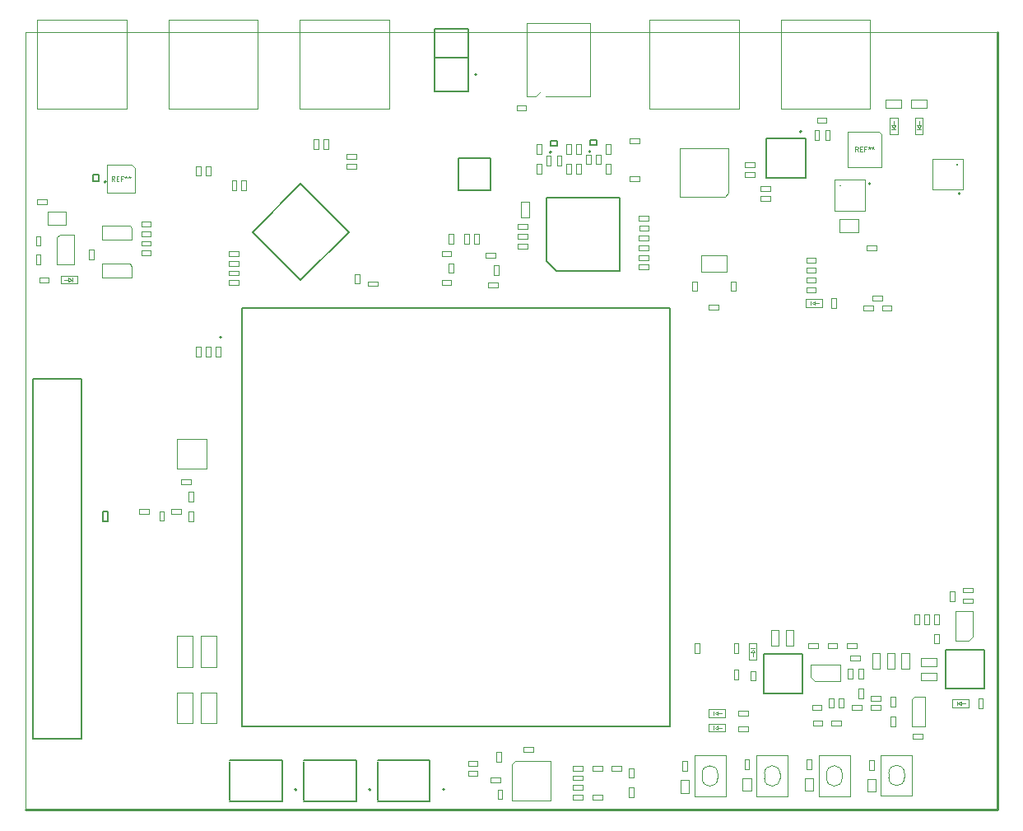
<source format=gbr>
%TF.GenerationSoftware,KiCad,Pcbnew,5.1.9+dfsg1-1*%
%TF.CreationDate,2022-02-15T13:48:39+01:00*%
%TF.ProjectId,sc606-baseboard,73633630-362d-4626-9173-65626f617264,rev?*%
%TF.SameCoordinates,Original*%
%TF.FileFunction,Other,Fab,Top*%
%FSLAX46Y46*%
G04 Gerber Fmt 4.6, Leading zero omitted, Abs format (unit mm)*
G04 Created by KiCad (PCBNEW 5.1.9+dfsg1-1) date 2022-02-15 13:48:39 commit a4fbcb5*
%MOMM*%
%LPD*%
G01*
G04 APERTURE LIST*
%TA.AperFunction,Profile*%
%ADD10C,0.120000*%
%TD*%
%TA.AperFunction,Profile*%
%ADD11C,0.254000*%
%TD*%
%ADD12C,0.100000*%
%ADD13C,0.150000*%
%ADD14C,0.200000*%
%ADD15C,0.127000*%
%ADD16C,0.120000*%
%ADD17C,0.050000*%
%ADD18C,0.125000*%
G04 APERTURE END LIST*
D10*
X175600000Y-42400000D02*
X75600000Y-42400000D01*
D11*
X175600000Y-42400000D02*
X175600000Y-122400000D01*
D10*
X75600000Y-122400000D02*
X75600000Y-42400000D01*
D11*
X175600000Y-122400000D02*
X75600000Y-122400000D01*
D12*
%TO.C,C22*%
X161800000Y-70550000D02*
X162800000Y-70550000D01*
X161800000Y-71050000D02*
X161800000Y-70550000D01*
X162800000Y-71050000D02*
X161800000Y-71050000D01*
X162800000Y-70550000D02*
X162800000Y-71050000D01*
D13*
%TO.C,U7*%
X129225000Y-65995000D02*
X130225000Y-66995000D01*
X130225000Y-66995000D02*
X136725000Y-66995000D01*
X136725000Y-66995000D02*
X136725000Y-59495000D01*
X136725000Y-59495000D02*
X129225000Y-59495000D01*
X129225000Y-59495000D02*
X129225000Y-65995000D01*
D12*
%TO.C,U6*%
X125950000Y-117400010D02*
X129600000Y-117400010D01*
X125950000Y-117400010D02*
X125600000Y-117725010D01*
X125600000Y-121400010D02*
X129600000Y-121400010D01*
X129600000Y-117400010D02*
X129600000Y-121400010D01*
X125600000Y-117725010D02*
X125600000Y-121400010D01*
D13*
%TO.C,ANT1*%
X123400000Y-55350000D02*
X123400000Y-58650000D01*
X123400000Y-58650000D02*
X120100000Y-58650000D01*
X120100000Y-58650000D02*
X120100000Y-55350000D01*
X120100000Y-55350000D02*
X123400000Y-55350000D01*
D14*
%TO.C,M1*%
X95750000Y-73800000D02*
G75*
G03*
X95750000Y-73800000I-100000J0D01*
G01*
D15*
X97900000Y-70800000D02*
X97900000Y-113800000D01*
X97900000Y-113800000D02*
X141900000Y-113800000D01*
X141900000Y-113800000D02*
X141900000Y-70800000D01*
X141900000Y-70800000D02*
X97900000Y-70800000D01*
D12*
%TO.C,U9*%
X86500000Y-56050000D02*
X83950000Y-56050000D01*
X86850000Y-58950000D02*
X86850000Y-56400000D01*
X86850000Y-56400000D02*
X86500000Y-56050000D01*
X86850000Y-58950000D02*
X83950000Y-58950000D01*
X83950000Y-58950000D02*
X83950000Y-56050000D01*
%TO.C,R174*%
X76800000Y-60150000D02*
X76800000Y-59650000D01*
X76800000Y-59650000D02*
X77800000Y-59650000D01*
X77800000Y-59650000D02*
X77800000Y-60150000D01*
X77800000Y-60150000D02*
X76800000Y-60150000D01*
%TO.C,R173*%
X82150000Y-64800000D02*
X82650000Y-64800000D01*
X82650000Y-64800000D02*
X82650000Y-65800000D01*
X82650000Y-65800000D02*
X82150000Y-65800000D01*
X82150000Y-65800000D02*
X82150000Y-64800000D01*
%TO.C,R172*%
X77000000Y-68150000D02*
X77000000Y-67650000D01*
X77000000Y-67650000D02*
X78000000Y-67650000D01*
X78000000Y-67650000D02*
X78000000Y-68150000D01*
X78000000Y-68150000D02*
X77000000Y-68150000D01*
%TO.C,R171*%
X77150000Y-66300000D02*
X76650000Y-66300000D01*
X76650000Y-66300000D02*
X76650000Y-65300000D01*
X76650000Y-65300000D02*
X77150000Y-65300000D01*
X77150000Y-65300000D02*
X77150000Y-66300000D01*
%TO.C,IC4*%
X78825000Y-66325000D02*
X80575000Y-66325000D01*
X80575000Y-66325000D02*
X80575000Y-63275000D01*
X79150000Y-63275000D02*
X78825000Y-63525000D01*
X79150000Y-63275000D02*
X80575000Y-63275000D01*
X78825000Y-66325000D02*
X78825000Y-63525000D01*
D16*
%TO.C,D24*%
X79250000Y-67500000D02*
X79250000Y-68300000D01*
X80950000Y-67500000D02*
X80950000Y-68300000D01*
X80950000Y-68300000D02*
X79250000Y-68300000D01*
X80950000Y-67500000D02*
X79250000Y-67500000D01*
X80000000Y-67700000D02*
X80000000Y-67900000D01*
X80300000Y-67900000D02*
X80000000Y-67700000D01*
X80000000Y-68100000D02*
X80300000Y-67900000D01*
X80000000Y-67900000D02*
X80000000Y-68100000D01*
X79600000Y-67900000D02*
X80000000Y-67900000D01*
X80400000Y-68100000D02*
X80400000Y-67800000D01*
X80400000Y-67700000D02*
X80400000Y-67800000D01*
%TO.C,C161*%
X79750000Y-62275000D02*
X79750000Y-60925000D01*
X77850000Y-62275000D02*
X77850000Y-60925000D01*
X79750000Y-62280000D02*
X77850000Y-62280000D01*
X79750000Y-60920000D02*
X77850000Y-60920000D01*
D12*
%TO.C,C160*%
X76650000Y-63400000D02*
X77150000Y-63400000D01*
X77150000Y-63400000D02*
X77150000Y-64400000D01*
X77150000Y-64400000D02*
X76650000Y-64400000D01*
X76650000Y-64400000D02*
X76650000Y-63400000D01*
D16*
%TO.C,Q10*%
X162527000Y-58000000D02*
G75*
G03*
X162527000Y-58000000I-127000J0D01*
G01*
D12*
X159485600Y-58225021D02*
G75*
G03*
X159485600Y-58225021I-76200J0D01*
G01*
X158825200Y-57625200D02*
X158825200Y-60774800D01*
X161974800Y-57625200D02*
X158825200Y-57625200D01*
X161974800Y-60774800D02*
X161974800Y-57625200D01*
X158825200Y-60774800D02*
X161974800Y-60774800D01*
D16*
%TO.C,Q11*%
X171777000Y-59050000D02*
G75*
G03*
X171777000Y-59050000I-127000J0D01*
G01*
D12*
X171501179Y-56059400D02*
G75*
G03*
X171501179Y-56059400I-76200J0D01*
G01*
X172024800Y-55475200D02*
X168875200Y-55475200D01*
X172024800Y-58624800D02*
X172024800Y-55475200D01*
X168875200Y-58624800D02*
X172024800Y-58624800D01*
X168875200Y-55475200D02*
X168875200Y-58624800D01*
D16*
%TO.C,R169*%
X165700000Y-49400000D02*
X164100000Y-49400000D01*
X165700000Y-50200000D02*
X165700000Y-49400000D01*
X164100000Y-50200000D02*
X165700000Y-50200000D01*
X164100000Y-49400000D02*
X164100000Y-50200000D01*
%TO.C,R168*%
X166700000Y-50200000D02*
X168300000Y-50200000D01*
X166700000Y-49400000D02*
X166700000Y-50200000D01*
X168300000Y-49400000D02*
X166700000Y-49400000D01*
X168300000Y-50200000D02*
X168300000Y-49400000D01*
%TO.C,D37*%
X165300000Y-51250000D02*
X164500000Y-51250000D01*
X165300000Y-52950000D02*
X164500000Y-52950000D01*
X164500000Y-52950000D02*
X164500000Y-51250000D01*
X165300000Y-52950000D02*
X165300000Y-51250000D01*
X165100000Y-52000000D02*
X164900000Y-52000000D01*
X164900000Y-52300000D02*
X165100000Y-52000000D01*
X164700000Y-52000000D02*
X164900000Y-52300000D01*
X164900000Y-52000000D02*
X164700000Y-52000000D01*
X164900000Y-51600000D02*
X164900000Y-52000000D01*
X164700000Y-52400000D02*
X165000000Y-52400000D01*
X165100000Y-52400000D02*
X165000000Y-52400000D01*
%TO.C,D36*%
X167900000Y-51250000D02*
X167100000Y-51250000D01*
X167900000Y-52950000D02*
X167100000Y-52950000D01*
X167100000Y-52950000D02*
X167100000Y-51250000D01*
X167900000Y-52950000D02*
X167900000Y-51250000D01*
X167700000Y-52000000D02*
X167500000Y-52000000D01*
X167500000Y-52300000D02*
X167700000Y-52000000D01*
X167300000Y-52000000D02*
X167500000Y-52300000D01*
X167500000Y-52000000D02*
X167300000Y-52000000D01*
X167500000Y-51600000D02*
X167500000Y-52000000D01*
X167300000Y-52400000D02*
X167600000Y-52400000D01*
X167700000Y-52400000D02*
X167600000Y-52400000D01*
%TO.C,C153*%
X159350000Y-61625000D02*
X159350000Y-62975000D01*
X161250000Y-61625000D02*
X161250000Y-62975000D01*
X159350000Y-61620000D02*
X161250000Y-61620000D01*
X159350000Y-62980000D02*
X161250000Y-62980000D01*
D15*
%TO.C,U12*%
X151770000Y-53370000D02*
X155830000Y-53370000D01*
X151770000Y-57430000D02*
X155830000Y-57430000D01*
X155830000Y-57430000D02*
X155830000Y-53370000D01*
X151770000Y-57430000D02*
X151770000Y-53370000D01*
D14*
X155420000Y-52640000D02*
G75*
G03*
X155420000Y-52640000I-100000J0D01*
G01*
D12*
%TO.C,D34*%
X163652600Y-56354200D02*
X163652600Y-52899800D01*
X163424000Y-52645800D02*
X160147400Y-52645800D01*
X163652600Y-56354200D02*
X160147400Y-56354200D01*
X160147400Y-56354200D02*
X160147400Y-52645800D01*
X163652600Y-52899800D02*
X163424000Y-52645800D01*
%TO.C,R145*%
X151200000Y-59300000D02*
X152200000Y-59300000D01*
X151200000Y-59800000D02*
X151200000Y-59300000D01*
X152200000Y-59800000D02*
X151200000Y-59800000D01*
X152200000Y-59300000D02*
X152200000Y-59800000D01*
%TO.C,R144*%
X149600000Y-55850000D02*
X150600000Y-55850000D01*
X149600000Y-56350000D02*
X149600000Y-55850000D01*
X150600000Y-56350000D02*
X149600000Y-56350000D01*
X150600000Y-55850000D02*
X150600000Y-56350000D01*
%TO.C,R143*%
X152200000Y-58800000D02*
X151200000Y-58800000D01*
X152200000Y-58300000D02*
X152200000Y-58800000D01*
X151200000Y-58300000D02*
X152200000Y-58300000D01*
X151200000Y-58800000D02*
X151200000Y-58300000D01*
%TO.C,R142*%
X150600000Y-57350000D02*
X149600000Y-57350000D01*
X150600000Y-56850000D02*
X150600000Y-57350000D01*
X149600000Y-56850000D02*
X150600000Y-56850000D01*
X149600000Y-57350000D02*
X149600000Y-56850000D01*
%TO.C,C146*%
X158000000Y-51750000D02*
X157000000Y-51750000D01*
X158000000Y-51250000D02*
X158000000Y-51750000D01*
X157000000Y-51250000D02*
X158000000Y-51250000D01*
X157000000Y-51750000D02*
X157000000Y-51250000D01*
%TO.C,C145*%
X157850000Y-53500000D02*
X157850000Y-52500000D01*
X158350000Y-53500000D02*
X157850000Y-53500000D01*
X158350000Y-52500000D02*
X158350000Y-53500000D01*
X157850000Y-52500000D02*
X158350000Y-52500000D01*
%TO.C,C144*%
X157250000Y-52500000D02*
X157250000Y-53500000D01*
X156750000Y-52500000D02*
X157250000Y-52500000D01*
X156750000Y-53500000D02*
X156750000Y-52500000D01*
X157250000Y-53500000D02*
X156750000Y-53500000D01*
%TO.C,J6*%
X76800000Y-41180000D02*
X86000000Y-41180000D01*
X86000000Y-50280000D02*
X86000000Y-41180000D01*
X76800000Y-50280000D02*
X76800000Y-41180000D01*
X76800000Y-50280000D02*
X86000000Y-50280000D01*
%TO.C,J12*%
X153300000Y-41180000D02*
X162500000Y-41180000D01*
X162500000Y-50280000D02*
X162500000Y-41180000D01*
X153300000Y-50280000D02*
X153300000Y-41180000D01*
X153300000Y-50280000D02*
X162500000Y-50280000D01*
%TO.C,J9*%
X139800000Y-41180000D02*
X149000000Y-41180000D01*
X149000000Y-50280000D02*
X149000000Y-41180000D01*
X139800000Y-50280000D02*
X139800000Y-41180000D01*
X139800000Y-50280000D02*
X149000000Y-50280000D01*
%TO.C,J11*%
X90300000Y-50280000D02*
X99500000Y-50280000D01*
X90300000Y-50280000D02*
X90300000Y-41180000D01*
X99500000Y-50280000D02*
X99500000Y-41180000D01*
X90300000Y-41180000D02*
X99500000Y-41180000D01*
%TO.C,J10*%
X103800000Y-50280000D02*
X113000000Y-50280000D01*
X103800000Y-50280000D02*
X103800000Y-41180000D01*
X113000000Y-50280000D02*
X113000000Y-41180000D01*
X103800000Y-41180000D02*
X113000000Y-41180000D01*
%TO.C,D9*%
X147725000Y-67100000D02*
X145075000Y-67100000D01*
X145075000Y-67100000D02*
X145075000Y-65400000D01*
X147725000Y-67100000D02*
X147725000Y-65400000D01*
X147725000Y-65400000D02*
X145075000Y-65400000D01*
D15*
%TO.C,J14*%
X117675000Y-42075000D02*
X117675000Y-45075000D01*
X121125000Y-42075000D02*
X121125000Y-45075000D01*
X117675000Y-42075000D02*
X121125000Y-42075000D01*
D14*
X122000000Y-46800000D02*
G75*
G03*
X122000000Y-46800000I-100000J0D01*
G01*
D15*
X121125000Y-45075000D02*
X121125000Y-48525000D01*
X117675000Y-45075000D02*
X121125000Y-45075000D01*
X117675000Y-48525000D02*
X117675000Y-45075000D01*
X121125000Y-48525000D02*
X117675000Y-48525000D01*
D12*
%TO.C,C172*%
X92800000Y-107700000D02*
X92800000Y-104500000D01*
X91200000Y-107700000D02*
X91200000Y-104500000D01*
X91200000Y-104500000D02*
X92800000Y-104500000D01*
X91200000Y-107700000D02*
X92800000Y-107700000D01*
%TO.C,C171*%
X95200000Y-107700000D02*
X95200000Y-104500000D01*
X93600000Y-107700000D02*
X93600000Y-104500000D01*
X93600000Y-104500000D02*
X95200000Y-104500000D01*
X93600000Y-107700000D02*
X95200000Y-107700000D01*
%TO.C,S4*%
X147600000Y-116800000D02*
X144400000Y-116800000D01*
X144400000Y-116800000D02*
X144400000Y-121000000D01*
X144400000Y-121000000D02*
X147600000Y-121000000D01*
X147600000Y-121000000D02*
X147600000Y-116800000D01*
X145200000Y-119150000D02*
X145200000Y-118650000D01*
X146800000Y-118650000D02*
X146800000Y-119150000D01*
X145200000Y-119150000D02*
G75*
G03*
X146800000Y-119150000I800000J0D01*
G01*
X146800000Y-118650000D02*
G75*
G03*
X145200000Y-118650000I-800000J0D01*
G01*
%TO.C,R162*%
X143150000Y-118400000D02*
X143150000Y-117400000D01*
X143650000Y-118400000D02*
X143150000Y-118400000D01*
X143650000Y-117400000D02*
X143650000Y-118400000D01*
X143150000Y-117400000D02*
X143650000Y-117400000D01*
%TO.C,D33*%
X142975000Y-119350000D02*
X142975000Y-120650000D01*
X142975000Y-119350000D02*
X143825000Y-119350000D01*
X143825000Y-120650000D02*
X142975000Y-120650000D01*
X143825000Y-119350000D02*
X143825000Y-120650000D01*
%TO.C,U2*%
X171275000Y-101975000D02*
X173025000Y-101975000D01*
X171275000Y-105025000D02*
X171275000Y-101975000D01*
X172600000Y-105025000D02*
X173025000Y-104600000D01*
X173025000Y-104600000D02*
X173025000Y-101975000D01*
X172600000Y-105025000D02*
X171275000Y-105025000D01*
%TO.C,R137*%
X97300000Y-57650000D02*
X97300000Y-58650000D01*
X96800000Y-57650000D02*
X97300000Y-57650000D01*
X96800000Y-58650000D02*
X96800000Y-57650000D01*
X97300000Y-58650000D02*
X96800000Y-58650000D01*
%TO.C,R136*%
X98300000Y-57650000D02*
X98300000Y-58650000D01*
X97800000Y-57650000D02*
X98300000Y-57650000D01*
X97800000Y-58650000D02*
X97800000Y-57650000D01*
X98300000Y-58650000D02*
X97800000Y-58650000D01*
%TO.C,R133*%
X109600000Y-55500000D02*
X108600000Y-55500000D01*
X109600000Y-55000000D02*
X109600000Y-55500000D01*
X108600000Y-55000000D02*
X109600000Y-55000000D01*
X108600000Y-55500000D02*
X108600000Y-55000000D01*
%TO.C,R130*%
X109600000Y-56500000D02*
X108600000Y-56500000D01*
X109600000Y-56000000D02*
X109600000Y-56500000D01*
X108600000Y-56000000D02*
X109600000Y-56000000D01*
X108600000Y-56500000D02*
X108600000Y-56000000D01*
%TO.C,R29*%
X168550000Y-102300000D02*
X168550000Y-103300000D01*
X168050000Y-102300000D02*
X168550000Y-102300000D01*
X168050000Y-103300000D02*
X168050000Y-102300000D01*
X168550000Y-103300000D02*
X168050000Y-103300000D01*
%TO.C,R28*%
X169600000Y-102300000D02*
X169600000Y-103300000D01*
X169100000Y-102300000D02*
X169600000Y-102300000D01*
X169100000Y-103300000D02*
X169100000Y-102300000D01*
X169600000Y-103300000D02*
X169100000Y-103300000D01*
%TO.C,R18*%
X170700000Y-100900000D02*
X170700000Y-99900000D01*
X171200000Y-100900000D02*
X170700000Y-100900000D01*
X171200000Y-99900000D02*
X171200000Y-100900000D01*
X170700000Y-99900000D02*
X171200000Y-99900000D01*
%TO.C,R17*%
X172035000Y-100650000D02*
X173035000Y-100650000D01*
X172035000Y-101150000D02*
X172035000Y-100650000D01*
X173035000Y-101150000D02*
X172035000Y-101150000D01*
X173035000Y-100650000D02*
X173035000Y-101150000D01*
D13*
%TO.C,L3*%
X170250000Y-105900000D02*
X174250000Y-105900000D01*
X174250000Y-109900000D02*
X170250000Y-109900000D01*
X174250000Y-105900000D02*
X174250000Y-109900000D01*
X170250000Y-109900000D02*
X170250000Y-105900000D01*
D16*
%TO.C,C41*%
X169350000Y-109100000D02*
X169350000Y-108300000D01*
X169350000Y-108300000D02*
X167750000Y-108300000D01*
X167750000Y-108300000D02*
X167750000Y-109100000D01*
X167750000Y-109100000D02*
X169350000Y-109100000D01*
%TO.C,C39*%
X169350000Y-107600000D02*
X169350000Y-106800000D01*
X169350000Y-106800000D02*
X167750000Y-106800000D01*
X167750000Y-106800000D02*
X167750000Y-107600000D01*
X167750000Y-107600000D02*
X169350000Y-107600000D01*
D12*
%TO.C,C34*%
X169600000Y-104300000D02*
X169600000Y-105300000D01*
X169100000Y-104300000D02*
X169600000Y-104300000D01*
X169100000Y-105300000D02*
X169100000Y-104300000D01*
X169600000Y-105300000D02*
X169100000Y-105300000D01*
%TO.C,C32*%
X172050000Y-99550000D02*
X173050000Y-99550000D01*
X172050000Y-100050000D02*
X172050000Y-99550000D01*
X173050000Y-100050000D02*
X172050000Y-100050000D01*
X173050000Y-99550000D02*
X173050000Y-100050000D01*
D15*
%TO.C,L20*%
X83520000Y-92730000D02*
X83520000Y-91670000D01*
X84080000Y-92730000D02*
X84080000Y-91670000D01*
X83520000Y-92730000D02*
X84080000Y-92730000D01*
X83520000Y-91670000D02*
X84080000Y-91670000D01*
D12*
%TO.C,C150*%
X93150000Y-57200000D02*
X93150000Y-56200000D01*
X93650000Y-57200000D02*
X93150000Y-57200000D01*
X93650000Y-56200000D02*
X93650000Y-57200000D01*
X93150000Y-56200000D02*
X93650000Y-56200000D01*
%TO.C,C148*%
X94150000Y-57200000D02*
X94150000Y-56200000D01*
X94650000Y-57200000D02*
X94150000Y-57200000D01*
X94650000Y-56200000D02*
X94650000Y-57200000D01*
X94150000Y-56200000D02*
X94650000Y-56200000D01*
%TO.C,R129*%
X89350000Y-92685000D02*
X89350000Y-91685000D01*
X89850000Y-92685000D02*
X89350000Y-92685000D01*
X89850000Y-91685000D02*
X89850000Y-92685000D01*
X89350000Y-91685000D02*
X89850000Y-91685000D01*
%TO.C,R128*%
X90600000Y-91450000D02*
X91600000Y-91450000D01*
X90600000Y-91950000D02*
X90600000Y-91450000D01*
X91600000Y-91950000D02*
X90600000Y-91950000D01*
X91600000Y-91450000D02*
X91600000Y-91950000D01*
%TO.C,R127*%
X92350000Y-92700000D02*
X92350000Y-91700000D01*
X92850000Y-92700000D02*
X92350000Y-92700000D01*
X92850000Y-91700000D02*
X92850000Y-92700000D01*
X92350000Y-91700000D02*
X92850000Y-91700000D01*
%TO.C,R126*%
X124250000Y-66400000D02*
X124250000Y-67400000D01*
X123750000Y-66400000D02*
X124250000Y-66400000D01*
X123750000Y-67400000D02*
X123750000Y-66400000D01*
X124250000Y-67400000D02*
X123750000Y-67400000D01*
D15*
%TO.C,E1*%
X76350000Y-115040000D02*
X76350000Y-78040000D01*
X76350000Y-78040000D02*
X81350000Y-78040000D01*
X81350000Y-78040000D02*
X81350000Y-115040000D01*
X81350000Y-115040000D02*
X76350000Y-115040000D01*
D12*
%TO.C,J4*%
X133650000Y-49000000D02*
X129100000Y-49000000D01*
X128100000Y-49000000D02*
X127150000Y-49000000D01*
X127150000Y-49000000D02*
X127150000Y-41500000D01*
X127150000Y-41500000D02*
X133650000Y-41500000D01*
X133650000Y-41500000D02*
X133650000Y-49000000D01*
X128600000Y-48500000D02*
X128100000Y-49000000D01*
D15*
%TO.C,U15*%
X103900000Y-58050253D02*
X108849747Y-63000000D01*
X98950253Y-63000000D02*
X103900000Y-67949747D01*
X103900000Y-67949747D02*
X108849747Y-63000000D01*
X98950253Y-63000000D02*
X103900000Y-58050253D01*
D12*
%TO.C,U13*%
X147520000Y-59350000D02*
X142920000Y-59350000D01*
X147920000Y-58950000D02*
X147920000Y-54350000D01*
X147520000Y-59350000D02*
X147920000Y-58950000D01*
X142920000Y-59350000D02*
X142920000Y-54350000D01*
X142920000Y-54350000D02*
X147920000Y-54350000D01*
%TO.C,U3*%
X159425000Y-107425000D02*
X159425000Y-109175000D01*
X156375000Y-107425000D02*
X159425000Y-107425000D01*
X156375000Y-108750000D02*
X156800000Y-109175000D01*
X156800000Y-109175000D02*
X159425000Y-109175000D01*
X156375000Y-108750000D02*
X156375000Y-107425000D01*
%TO.C,S3*%
X166800000Y-116750000D02*
X163600000Y-116750000D01*
X163600000Y-116750000D02*
X163600000Y-120950000D01*
X163600000Y-120950000D02*
X166800000Y-120950000D01*
X166800000Y-120950000D02*
X166800000Y-116750000D01*
X164400000Y-119100000D02*
X164400000Y-118600000D01*
X166000000Y-118600000D02*
X166000000Y-119100000D01*
X164400000Y-119100000D02*
G75*
G03*
X166000000Y-119100000I800000J0D01*
G01*
X166000000Y-118600000D02*
G75*
G03*
X164400000Y-118600000I-800000J0D01*
G01*
%TO.C,S2*%
X154000000Y-116800000D02*
X150800000Y-116800000D01*
X150800000Y-116800000D02*
X150800000Y-121000000D01*
X150800000Y-121000000D02*
X154000000Y-121000000D01*
X154000000Y-121000000D02*
X154000000Y-116800000D01*
X151600000Y-119150000D02*
X151600000Y-118650000D01*
X153200000Y-118650000D02*
X153200000Y-119150000D01*
X151600000Y-119150000D02*
G75*
G03*
X153200000Y-119150000I800000J0D01*
G01*
X153200000Y-118650000D02*
G75*
G03*
X151600000Y-118650000I-800000J0D01*
G01*
%TO.C,S1*%
X160400000Y-116800000D02*
X157200000Y-116800000D01*
X157200000Y-116800000D02*
X157200000Y-121000000D01*
X157200000Y-121000000D02*
X160400000Y-121000000D01*
X160400000Y-121000000D02*
X160400000Y-116800000D01*
X158000000Y-119150000D02*
X158000000Y-118650000D01*
X159600000Y-118650000D02*
X159600000Y-119150000D01*
X158000000Y-119150000D02*
G75*
G03*
X159600000Y-119150000I800000J0D01*
G01*
X159600000Y-118650000D02*
G75*
G03*
X158000000Y-118650000I-800000J0D01*
G01*
%TO.C,R124*%
X106750000Y-53450000D02*
X106750000Y-54450000D01*
X106250000Y-53450000D02*
X106750000Y-53450000D01*
X106250000Y-54450000D02*
X106250000Y-53450000D01*
X106750000Y-54450000D02*
X106250000Y-54450000D01*
%TO.C,R122*%
X105750000Y-53450000D02*
X105750000Y-54450000D01*
X105250000Y-53450000D02*
X105750000Y-53450000D01*
X105250000Y-54450000D02*
X105250000Y-53450000D01*
X105750000Y-54450000D02*
X105250000Y-54450000D01*
%TO.C,R117*%
X97500000Y-65450000D02*
X96500000Y-65450000D01*
X97500000Y-64950000D02*
X97500000Y-65450000D01*
X96500000Y-64950000D02*
X97500000Y-64950000D01*
X96500000Y-65450000D02*
X96500000Y-64950000D01*
%TO.C,R116*%
X97500000Y-66450000D02*
X96500000Y-66450000D01*
X97500000Y-65950000D02*
X97500000Y-66450000D01*
X96500000Y-65950000D02*
X97500000Y-65950000D01*
X96500000Y-66450000D02*
X96500000Y-65950000D01*
%TO.C,R115*%
X97500000Y-67450000D02*
X96500000Y-67450000D01*
X97500000Y-66950000D02*
X97500000Y-67450000D01*
X96500000Y-66950000D02*
X97500000Y-66950000D01*
X96500000Y-67450000D02*
X96500000Y-66950000D01*
%TO.C,R114*%
X97500000Y-68450000D02*
X96500000Y-68450000D01*
X97500000Y-67950000D02*
X97500000Y-68450000D01*
X96500000Y-67950000D02*
X97500000Y-67950000D01*
X96500000Y-68450000D02*
X96500000Y-67950000D01*
%TO.C,R112*%
X109950000Y-67300000D02*
X109950000Y-68300000D01*
X109450000Y-67300000D02*
X109950000Y-67300000D01*
X109450000Y-68300000D02*
X109450000Y-67300000D01*
X109950000Y-68300000D02*
X109450000Y-68300000D01*
%TO.C,R111*%
X87500000Y-64900000D02*
X88500000Y-64900000D01*
X87500000Y-65400000D02*
X87500000Y-64900000D01*
X88500000Y-65400000D02*
X87500000Y-65400000D01*
X88500000Y-64900000D02*
X88500000Y-65400000D01*
%TO.C,R110*%
X87500000Y-62900000D02*
X88500000Y-62900000D01*
X87500000Y-63400000D02*
X87500000Y-62900000D01*
X88500000Y-63400000D02*
X87500000Y-63400000D01*
X88500000Y-62900000D02*
X88500000Y-63400000D01*
%TO.C,R109*%
X87500000Y-63900000D02*
X88500000Y-63900000D01*
X87500000Y-64400000D02*
X87500000Y-63900000D01*
X88500000Y-64400000D02*
X87500000Y-64400000D01*
X88500000Y-63900000D02*
X88500000Y-64400000D01*
%TO.C,R108*%
X88500000Y-62400000D02*
X87500000Y-62400000D01*
X88500000Y-61900000D02*
X88500000Y-62400000D01*
X87500000Y-61900000D02*
X88500000Y-61900000D01*
X87500000Y-62400000D02*
X87500000Y-61900000D01*
%TO.C,R106*%
X173600000Y-111950000D02*
X173600000Y-110950000D01*
X174100000Y-111950000D02*
X173600000Y-111950000D01*
X174100000Y-110950000D02*
X174100000Y-111950000D01*
X173600000Y-110950000D02*
X174100000Y-110950000D01*
%TO.C,R105*%
X148900000Y-112200000D02*
X149900000Y-112200000D01*
X148900000Y-112700000D02*
X148900000Y-112200000D01*
X149900000Y-112700000D02*
X148900000Y-112700000D01*
X149900000Y-112200000D02*
X149900000Y-112700000D01*
%TO.C,R104*%
X150650000Y-108100000D02*
X150650000Y-109100000D01*
X150150000Y-108100000D02*
X150650000Y-108100000D01*
X150150000Y-109100000D02*
X150150000Y-108100000D01*
X150650000Y-109100000D02*
X150150000Y-109100000D01*
%TO.C,R103*%
X148900000Y-113800000D02*
X149900000Y-113800000D01*
X148900000Y-114300000D02*
X148900000Y-113800000D01*
X149900000Y-114300000D02*
X148900000Y-114300000D01*
X149900000Y-113800000D02*
X149900000Y-114300000D01*
%TO.C,R102*%
X158950000Y-69800000D02*
X158950000Y-70800000D01*
X158450000Y-69800000D02*
X158950000Y-69800000D01*
X158450000Y-70800000D02*
X158450000Y-69800000D01*
X158950000Y-70800000D02*
X158450000Y-70800000D01*
%TO.C,R97*%
X162350000Y-118300000D02*
X162350000Y-117300000D01*
X162850000Y-118300000D02*
X162350000Y-118300000D01*
X162850000Y-117300000D02*
X162850000Y-118300000D01*
X162350000Y-117300000D02*
X162850000Y-117300000D01*
%TO.C,R96*%
X149550000Y-118200000D02*
X149550000Y-117200000D01*
X150050000Y-118200000D02*
X149550000Y-118200000D01*
X150050000Y-117200000D02*
X150050000Y-118200000D01*
X149550000Y-117200000D02*
X150050000Y-117200000D01*
%TO.C,R95*%
X155950000Y-118200000D02*
X155950000Y-117200000D01*
X156450000Y-118200000D02*
X155950000Y-118200000D01*
X156450000Y-117200000D02*
X156450000Y-118200000D01*
X155950000Y-117200000D02*
X156450000Y-117200000D01*
%TO.C,R93*%
X119650000Y-66200000D02*
X119650000Y-67200000D01*
X119150000Y-66200000D02*
X119650000Y-66200000D01*
X119150000Y-67200000D02*
X119150000Y-66200000D01*
X119650000Y-67200000D02*
X119150000Y-67200000D01*
%TO.C,R91*%
X92850000Y-89700000D02*
X92850000Y-90700000D01*
X92350000Y-89700000D02*
X92850000Y-89700000D01*
X92350000Y-90700000D02*
X92350000Y-89700000D01*
X92850000Y-90700000D02*
X92350000Y-90700000D01*
%TO.C,R90*%
X126100000Y-49950000D02*
X127100000Y-49950000D01*
X126100000Y-50450000D02*
X126100000Y-49950000D01*
X127100000Y-50450000D02*
X126100000Y-50450000D01*
X127100000Y-49950000D02*
X127100000Y-50450000D01*
%TO.C,R85*%
X128160000Y-54990000D02*
X128160000Y-53990000D01*
X128660000Y-54990000D02*
X128160000Y-54990000D01*
X128660000Y-53990000D02*
X128660000Y-54990000D01*
X128160000Y-53990000D02*
X128660000Y-53990000D01*
%TO.C,R84*%
X131228571Y-54990000D02*
X131228571Y-53990000D01*
X131728571Y-54990000D02*
X131228571Y-54990000D01*
X131728571Y-53990000D02*
X131728571Y-54990000D01*
X131228571Y-53990000D02*
X131728571Y-53990000D01*
%TO.C,R83*%
X148150000Y-69050000D02*
X148150000Y-68050000D01*
X148650000Y-69050000D02*
X148150000Y-69050000D01*
X148650000Y-68050000D02*
X148650000Y-69050000D01*
X148150000Y-68050000D02*
X148650000Y-68050000D01*
%TO.C,R80*%
X146900000Y-71000000D02*
X145900000Y-71000000D01*
X146900000Y-70500000D02*
X146900000Y-71000000D01*
X145900000Y-70500000D02*
X146900000Y-70500000D01*
X145900000Y-71000000D02*
X145900000Y-70500000D01*
%TO.C,R79*%
X144150000Y-69050000D02*
X144150000Y-68050000D01*
X144650000Y-69050000D02*
X144150000Y-69050000D01*
X144650000Y-68050000D02*
X144650000Y-69050000D01*
X144150000Y-68050000D02*
X144650000Y-68050000D01*
%TO.C,R78*%
X148950000Y-105300000D02*
X148950000Y-106300000D01*
X148450000Y-105300000D02*
X148950000Y-105300000D01*
X148450000Y-106300000D02*
X148450000Y-105300000D01*
X148950000Y-106300000D02*
X148450000Y-106300000D01*
%TO.C,R77*%
X148950000Y-108000000D02*
X148950000Y-109000000D01*
X148450000Y-108000000D02*
X148950000Y-108000000D01*
X148450000Y-109000000D02*
X148450000Y-108000000D01*
X148950000Y-109000000D02*
X148450000Y-109000000D01*
%TO.C,R76*%
X132251428Y-54990000D02*
X132251428Y-53990000D01*
X132751428Y-54990000D02*
X132251428Y-54990000D01*
X132751428Y-53990000D02*
X132751428Y-54990000D01*
X132251428Y-53990000D02*
X132751428Y-53990000D01*
%TO.C,R75*%
X135320000Y-54990000D02*
X135320000Y-53990000D01*
X135820000Y-54990000D02*
X135320000Y-54990000D01*
X135820000Y-53990000D02*
X135820000Y-54990000D01*
X135320000Y-53990000D02*
X135820000Y-53990000D01*
%TO.C,R74*%
X137740000Y-57220000D02*
X138740000Y-57220000D01*
X137740000Y-57720000D02*
X137740000Y-57220000D01*
X138740000Y-57720000D02*
X137740000Y-57720000D01*
X138740000Y-57220000D02*
X138740000Y-57720000D01*
%TO.C,R70*%
X135820000Y-56000000D02*
X135820000Y-57000000D01*
X135320000Y-56000000D02*
X135820000Y-56000000D01*
X135320000Y-57000000D02*
X135320000Y-56000000D01*
X135820000Y-57000000D02*
X135320000Y-57000000D01*
%TO.C,R69*%
X132751428Y-56000000D02*
X132751428Y-57000000D01*
X132251428Y-56000000D02*
X132751428Y-56000000D01*
X132251428Y-57000000D02*
X132251428Y-56000000D01*
X132751428Y-57000000D02*
X132251428Y-57000000D01*
%TO.C,R66*%
X131728571Y-56000000D02*
X131728571Y-57000000D01*
X131228571Y-56000000D02*
X131728571Y-56000000D01*
X131228571Y-57000000D02*
X131228571Y-56000000D01*
X131728571Y-57000000D02*
X131228571Y-57000000D01*
%TO.C,R65*%
X128660000Y-56000000D02*
X128660000Y-57000000D01*
X128160000Y-56000000D02*
X128660000Y-56000000D01*
X128160000Y-57000000D02*
X128160000Y-56000000D01*
X128660000Y-57000000D02*
X128160000Y-57000000D01*
D16*
%TO.C,R58*%
X126600000Y-61450000D02*
X127400000Y-61450000D01*
X127400000Y-61450000D02*
X127400000Y-59850000D01*
X127400000Y-59850000D02*
X126600000Y-59850000D01*
X126600000Y-59850000D02*
X126600000Y-61450000D01*
D12*
%TO.C,R57*%
X139700000Y-61800000D02*
X138700000Y-61800000D01*
X139700000Y-61300000D02*
X139700000Y-61800000D01*
X138700000Y-61300000D02*
X139700000Y-61300000D01*
X138700000Y-61800000D02*
X138700000Y-61300000D01*
%TO.C,R54*%
X138700000Y-63350000D02*
X139700000Y-63350000D01*
X138700000Y-63850000D02*
X138700000Y-63350000D01*
X139700000Y-63850000D02*
X138700000Y-63850000D01*
X139700000Y-63350000D02*
X139700000Y-63850000D01*
%TO.C,R53*%
X139715000Y-62800000D02*
X138715000Y-62800000D01*
X139715000Y-62300000D02*
X139715000Y-62800000D01*
X138715000Y-62300000D02*
X139715000Y-62300000D01*
X138715000Y-62800000D02*
X138715000Y-62300000D01*
%TO.C,R51*%
X138700000Y-65350000D02*
X139700000Y-65350000D01*
X138700000Y-65850000D02*
X138700000Y-65350000D01*
X139700000Y-65850000D02*
X138700000Y-65850000D01*
X139700000Y-65350000D02*
X139700000Y-65850000D01*
%TO.C,R50*%
X138700000Y-64350000D02*
X139700000Y-64350000D01*
X138700000Y-64850000D02*
X138700000Y-64350000D01*
X139700000Y-64850000D02*
X138700000Y-64850000D01*
X139700000Y-64350000D02*
X139700000Y-64850000D01*
%TO.C,R49*%
X138700000Y-66350000D02*
X139700000Y-66350000D01*
X138700000Y-66850000D02*
X138700000Y-66350000D01*
X139700000Y-66850000D02*
X138700000Y-66850000D01*
X139700000Y-66350000D02*
X139700000Y-66850000D01*
%TO.C,R44*%
X124150000Y-121300000D02*
X124150000Y-120300000D01*
X124650000Y-121300000D02*
X124150000Y-121300000D01*
X124650000Y-120300000D02*
X124650000Y-121300000D01*
X124150000Y-120300000D02*
X124650000Y-120300000D01*
%TO.C,R43*%
X123450000Y-119050000D02*
X124450000Y-119050000D01*
X123450000Y-119550000D02*
X123450000Y-119050000D01*
X124450000Y-119550000D02*
X123450000Y-119550000D01*
X124450000Y-119050000D02*
X124450000Y-119550000D01*
%TO.C,R42*%
X121100000Y-118350000D02*
X122100000Y-118350000D01*
X121100000Y-118850000D02*
X121100000Y-118350000D01*
X122100000Y-118850000D02*
X121100000Y-118850000D01*
X122100000Y-118350000D02*
X122100000Y-118850000D01*
%TO.C,R41*%
X121100000Y-117350000D02*
X122100000Y-117350000D01*
X121100000Y-117850000D02*
X121100000Y-117350000D01*
X122100000Y-117850000D02*
X121100000Y-117850000D01*
X122100000Y-117350000D02*
X122100000Y-117850000D01*
%TO.C,R40*%
X124000000Y-117450000D02*
X124000000Y-116450000D01*
X124500000Y-117450000D02*
X124000000Y-117450000D01*
X124500000Y-116450000D02*
X124500000Y-117450000D01*
X124000000Y-116450000D02*
X124500000Y-116450000D01*
%TO.C,R39*%
X131900000Y-120850000D02*
X132900000Y-120850000D01*
X131900000Y-121350000D02*
X131900000Y-120850000D01*
X132900000Y-121350000D02*
X131900000Y-121350000D01*
X132900000Y-120850000D02*
X132900000Y-121350000D01*
%TO.C,R38*%
X131900000Y-117850000D02*
X132900000Y-117850000D01*
X131900000Y-118350000D02*
X131900000Y-117850000D01*
X132900000Y-118350000D02*
X131900000Y-118350000D01*
X132900000Y-117850000D02*
X132900000Y-118350000D01*
%TO.C,R37*%
X132900000Y-120350000D02*
X131900000Y-120350000D01*
X132900000Y-119850000D02*
X132900000Y-120350000D01*
X131900000Y-119850000D02*
X132900000Y-119850000D01*
X131900000Y-120350000D02*
X131900000Y-119850000D01*
%TO.C,R36*%
X132900000Y-119350000D02*
X131900000Y-119350000D01*
X132900000Y-118850000D02*
X132900000Y-119350000D01*
X131900000Y-118850000D02*
X132900000Y-118850000D01*
X131900000Y-119350000D02*
X131900000Y-118850000D01*
%TO.C,R35*%
X136900000Y-118350000D02*
X135900000Y-118350000D01*
X136900000Y-117850000D02*
X136900000Y-118350000D01*
X135900000Y-117850000D02*
X136900000Y-117850000D01*
X135900000Y-118350000D02*
X135900000Y-117850000D01*
%TO.C,R34*%
X137650000Y-121100000D02*
X137650000Y-120100000D01*
X138150000Y-121100000D02*
X137650000Y-121100000D01*
X138150000Y-120100000D02*
X138150000Y-121100000D01*
X137650000Y-120100000D02*
X138150000Y-120100000D01*
%TO.C,R33*%
X138150000Y-118100000D02*
X138150000Y-119100000D01*
X137650000Y-118100000D02*
X138150000Y-118100000D01*
X137650000Y-119100000D02*
X137650000Y-118100000D01*
X138150000Y-119100000D02*
X137650000Y-119100000D01*
%TO.C,R32*%
X166900000Y-114550000D02*
X167900000Y-114550000D01*
X166900000Y-115050000D02*
X166900000Y-114550000D01*
X167900000Y-115050000D02*
X166900000Y-115050000D01*
X167900000Y-114550000D02*
X167900000Y-115050000D01*
%TO.C,R31*%
X161100000Y-105750000D02*
X160100000Y-105750000D01*
X161100000Y-105250000D02*
X161100000Y-105750000D01*
X160100000Y-105250000D02*
X161100000Y-105250000D01*
X160100000Y-105750000D02*
X160100000Y-105250000D01*
%TO.C,R30*%
X159100000Y-105750000D02*
X158100000Y-105750000D01*
X159100000Y-105250000D02*
X159100000Y-105750000D01*
X158100000Y-105250000D02*
X159100000Y-105250000D01*
X158100000Y-105750000D02*
X158100000Y-105250000D01*
%TO.C,R27*%
X165100000Y-112800000D02*
X165100000Y-113800000D01*
X164600000Y-112800000D02*
X165100000Y-112800000D01*
X164600000Y-113800000D02*
X164600000Y-112800000D01*
X165100000Y-113800000D02*
X164600000Y-113800000D01*
%TO.C,R26*%
X161300000Y-110900000D02*
X161300000Y-109900000D01*
X161800000Y-110900000D02*
X161300000Y-110900000D01*
X161800000Y-109900000D02*
X161800000Y-110900000D01*
X161300000Y-109900000D02*
X161800000Y-109900000D01*
%TO.C,R25*%
X164600000Y-111800000D02*
X164600000Y-110800000D01*
X165100000Y-111800000D02*
X164600000Y-111800000D01*
X165100000Y-110800000D02*
X165100000Y-111800000D01*
X164600000Y-110800000D02*
X165100000Y-110800000D01*
%TO.C,R24*%
X158500000Y-113250000D02*
X159500000Y-113250000D01*
X158500000Y-113750000D02*
X158500000Y-113250000D01*
X159500000Y-113750000D02*
X158500000Y-113750000D01*
X159500000Y-113250000D02*
X159500000Y-113750000D01*
%TO.C,R23*%
X159750000Y-110900000D02*
X159750000Y-111900000D01*
X159250000Y-110900000D02*
X159750000Y-110900000D01*
X159250000Y-111900000D02*
X159250000Y-110900000D01*
X159750000Y-111900000D02*
X159250000Y-111900000D01*
%TO.C,R22*%
X156500000Y-111650000D02*
X157500000Y-111650000D01*
X156500000Y-112150000D02*
X156500000Y-111650000D01*
X157500000Y-112150000D02*
X156500000Y-112150000D01*
X157500000Y-111650000D02*
X157500000Y-112150000D01*
%TO.C,R21*%
X156585000Y-113250000D02*
X157585000Y-113250000D01*
X156585000Y-113750000D02*
X156585000Y-113250000D01*
X157585000Y-113750000D02*
X156585000Y-113750000D01*
X157585000Y-113250000D02*
X157585000Y-113750000D01*
%TO.C,R20*%
X161450000Y-107050000D02*
X160450000Y-107050000D01*
X161450000Y-106550000D02*
X161450000Y-107050000D01*
X160450000Y-106550000D02*
X161450000Y-106550000D01*
X160450000Y-107050000D02*
X160450000Y-106550000D01*
%TO.C,R19*%
X160700000Y-107885000D02*
X160700000Y-108885000D01*
X160200000Y-107885000D02*
X160700000Y-107885000D01*
X160200000Y-108885000D02*
X160200000Y-107885000D01*
X160700000Y-108885000D02*
X160200000Y-108885000D01*
%TO.C,R16*%
X167500000Y-102300000D02*
X167500000Y-103300000D01*
X167000000Y-102300000D02*
X167500000Y-102300000D01*
X167000000Y-103300000D02*
X167000000Y-102300000D01*
X167500000Y-103300000D02*
X167000000Y-103300000D01*
%TO.C,R12*%
X162100000Y-64350000D02*
X163100000Y-64350000D01*
X162100000Y-64850000D02*
X162100000Y-64350000D01*
X163100000Y-64850000D02*
X162100000Y-64850000D01*
X163100000Y-64350000D02*
X163100000Y-64850000D01*
%TO.C,R9*%
X162700000Y-69500000D02*
X163700000Y-69500000D01*
X162700000Y-70000000D02*
X162700000Y-69500000D01*
X163700000Y-70000000D02*
X162700000Y-70000000D01*
X163700000Y-69500000D02*
X163700000Y-70000000D01*
%TO.C,R6*%
X156900000Y-69150000D02*
X155900000Y-69150000D01*
X156900000Y-68650000D02*
X156900000Y-69150000D01*
X155900000Y-68650000D02*
X156900000Y-68650000D01*
X155900000Y-69150000D02*
X155900000Y-68650000D01*
%TO.C,R5*%
X155900000Y-66650000D02*
X156900000Y-66650000D01*
X155900000Y-67150000D02*
X155900000Y-66650000D01*
X156900000Y-67150000D02*
X155900000Y-67150000D01*
X156900000Y-66650000D02*
X156900000Y-67150000D01*
%TO.C,R4*%
X155900000Y-65650000D02*
X156900000Y-65650000D01*
X155900000Y-66150000D02*
X155900000Y-65650000D01*
X156900000Y-66150000D02*
X155900000Y-66150000D01*
X156900000Y-65650000D02*
X156900000Y-66150000D01*
%TO.C,R3*%
X121750000Y-64200000D02*
X121750000Y-63200000D01*
X122250000Y-64200000D02*
X121750000Y-64200000D01*
X122250000Y-63200000D02*
X122250000Y-64200000D01*
X121750000Y-63200000D02*
X122250000Y-63200000D01*
%TO.C,R2*%
X120750000Y-64200000D02*
X120750000Y-63200000D01*
X121250000Y-64200000D02*
X120750000Y-64200000D01*
X121250000Y-63200000D02*
X121250000Y-64200000D01*
X120750000Y-63200000D02*
X121250000Y-63200000D01*
%TO.C,Q8*%
X83480000Y-67650000D02*
X86520000Y-67650000D01*
X83480000Y-66250000D02*
X83480000Y-67650000D01*
X86525000Y-66525000D02*
X86325000Y-66250000D01*
X86525000Y-66525000D02*
X86525000Y-67650000D01*
X86325000Y-66250000D02*
X83475000Y-66250000D01*
%TO.C,Q7*%
X83480000Y-63750000D02*
X86520000Y-63750000D01*
X83480000Y-62350000D02*
X83480000Y-63750000D01*
X86525000Y-62625000D02*
X86325000Y-62350000D01*
X86525000Y-62625000D02*
X86525000Y-63750000D01*
X86325000Y-62350000D02*
X83475000Y-62350000D01*
%TO.C,Q2*%
X168150000Y-113820000D02*
X168150000Y-110780000D01*
X166750000Y-113820000D02*
X168150000Y-113820000D01*
X167025000Y-110775000D02*
X166750000Y-110975000D01*
X167025000Y-110775000D02*
X168150000Y-110775000D01*
X166750000Y-110975000D02*
X166750000Y-113825000D01*
D14*
%TO.C,L22*%
X83875000Y-57825000D02*
G75*
G03*
X83875000Y-57825000I-100000J0D01*
G01*
D15*
X83125000Y-57800000D02*
X83125000Y-57100000D01*
X82575000Y-57800000D02*
X83125000Y-57800000D01*
X82575000Y-57100000D02*
X82575000Y-57800000D01*
X83125000Y-57100000D02*
X82575000Y-57100000D01*
D14*
%TO.C,L19*%
X133735000Y-54705000D02*
G75*
G03*
X133735000Y-54705000I-100000J0D01*
G01*
D15*
X133660000Y-54055000D02*
X134360000Y-54055000D01*
X133660000Y-53505000D02*
X133660000Y-54055000D01*
X134360000Y-53505000D02*
X133660000Y-53505000D01*
X134360000Y-54055000D02*
X134360000Y-53505000D01*
D14*
%TO.C,L17*%
X129675000Y-54775000D02*
G75*
G03*
X129675000Y-54775000I-100000J0D01*
G01*
D15*
X129600000Y-54125000D02*
X130300000Y-54125000D01*
X129600000Y-53575000D02*
X129600000Y-54125000D01*
X130300000Y-53575000D02*
X129600000Y-53575000D01*
X130300000Y-54125000D02*
X130300000Y-53575000D01*
D13*
%TO.C,L4*%
X155500000Y-106400000D02*
X155500000Y-110400000D01*
X151500000Y-110400000D02*
X151500000Y-106400000D01*
X155500000Y-110400000D02*
X151500000Y-110400000D01*
X151500000Y-106400000D02*
X155500000Y-106400000D01*
D12*
%TO.C,J5*%
X91200000Y-87350000D02*
X94200000Y-87350000D01*
X94200000Y-87350000D02*
X94200000Y-84250000D01*
X91200000Y-87350000D02*
X91200000Y-84250000D01*
X91200000Y-84250000D02*
X94200000Y-84250000D01*
D16*
%TO.C,D19*%
X171450000Y-111650000D02*
X171450000Y-111550000D01*
X171450000Y-111250000D02*
X171450000Y-111550000D01*
X172250000Y-111450000D02*
X171850000Y-111450000D01*
X171850000Y-111450000D02*
X171850000Y-111250000D01*
X171850000Y-111250000D02*
X171550000Y-111450000D01*
X171550000Y-111450000D02*
X171850000Y-111650000D01*
X171850000Y-111650000D02*
X171850000Y-111450000D01*
X170900000Y-111850000D02*
X172600000Y-111850000D01*
X170900000Y-111050000D02*
X172600000Y-111050000D01*
X170900000Y-111850000D02*
X170900000Y-111050000D01*
X172600000Y-111850000D02*
X172600000Y-111050000D01*
%TO.C,D18*%
X146405001Y-112645001D02*
X146405001Y-112545001D01*
X146405001Y-112245001D02*
X146405001Y-112545001D01*
X147205001Y-112445001D02*
X146805001Y-112445001D01*
X146805001Y-112445001D02*
X146805001Y-112245001D01*
X146805001Y-112245001D02*
X146505001Y-112445001D01*
X146505001Y-112445001D02*
X146805001Y-112645001D01*
X146805001Y-112645001D02*
X146805001Y-112445001D01*
X145855001Y-112845001D02*
X147555001Y-112845001D01*
X145855001Y-112045001D02*
X147555001Y-112045001D01*
X145855001Y-112845001D02*
X145855001Y-112045001D01*
X147555001Y-112845001D02*
X147555001Y-112045001D01*
%TO.C,D17*%
X150200000Y-105800000D02*
X150300000Y-105800000D01*
X150600000Y-105800000D02*
X150300000Y-105800000D01*
X150400000Y-106600000D02*
X150400000Y-106200000D01*
X150400000Y-106200000D02*
X150600000Y-106200000D01*
X150600000Y-106200000D02*
X150400000Y-105900000D01*
X150400000Y-105900000D02*
X150200000Y-106200000D01*
X150200000Y-106200000D02*
X150400000Y-106200000D01*
X150000000Y-105250000D02*
X150000000Y-106950000D01*
X150800000Y-105250000D02*
X150800000Y-106950000D01*
X150000000Y-105250000D02*
X150800000Y-105250000D01*
X150000000Y-106950000D02*
X150800000Y-106950000D01*
%TO.C,D15*%
X146400000Y-114150000D02*
X146400000Y-114050000D01*
X146400000Y-113750000D02*
X146400000Y-114050000D01*
X147200000Y-113950000D02*
X146800000Y-113950000D01*
X146800000Y-113950000D02*
X146800000Y-113750000D01*
X146800000Y-113750000D02*
X146500000Y-113950000D01*
X146500000Y-113950000D02*
X146800000Y-114150000D01*
X146800000Y-114150000D02*
X146800000Y-113950000D01*
X145850000Y-114350000D02*
X147550000Y-114350000D01*
X145850000Y-113550000D02*
X147550000Y-113550000D01*
X145850000Y-114350000D02*
X145850000Y-113550000D01*
X147550000Y-114350000D02*
X147550000Y-113550000D01*
%TO.C,D14*%
X156400000Y-70500000D02*
X156400000Y-70400000D01*
X156400000Y-70100000D02*
X156400000Y-70400000D01*
X157200000Y-70300000D02*
X156800000Y-70300000D01*
X156800000Y-70300000D02*
X156800000Y-70100000D01*
X156800000Y-70100000D02*
X156500000Y-70300000D01*
X156500000Y-70300000D02*
X156800000Y-70500000D01*
X156800000Y-70500000D02*
X156800000Y-70300000D01*
X155850000Y-70700000D02*
X157550000Y-70700000D01*
X155850000Y-69900000D02*
X157550000Y-69900000D01*
X155850000Y-70700000D02*
X155850000Y-69900000D01*
X157550000Y-70700000D02*
X157550000Y-69900000D01*
D12*
%TO.C,D13*%
X162175000Y-119235000D02*
X162175000Y-120535000D01*
X162175000Y-119235000D02*
X163025000Y-119235000D01*
X163025000Y-120535000D02*
X162175000Y-120535000D01*
X163025000Y-119235000D02*
X163025000Y-120535000D01*
%TO.C,D12*%
X149375000Y-119150000D02*
X149375000Y-120450000D01*
X149375000Y-119150000D02*
X150225000Y-119150000D01*
X150225000Y-120450000D02*
X149375000Y-120450000D01*
X150225000Y-119150000D02*
X150225000Y-120450000D01*
%TO.C,D11*%
X155775000Y-119135000D02*
X155775000Y-120435000D01*
X155775000Y-119135000D02*
X156625000Y-119135000D01*
X156625000Y-120435000D02*
X155775000Y-120435000D01*
X156625000Y-119135000D02*
X156625000Y-120435000D01*
D15*
%TO.C,D5*%
X96615000Y-121385000D02*
X96615000Y-117415000D01*
X96615000Y-117250000D02*
X101985000Y-117250000D01*
X101985000Y-117250000D02*
X101985000Y-121550000D01*
X101985000Y-121550000D02*
X96615000Y-121550000D01*
D14*
X103500000Y-120300000D02*
G75*
G03*
X103500000Y-120300000I-100000J0D01*
G01*
D15*
%TO.C,D4*%
X104215000Y-121385000D02*
X104215000Y-117415000D01*
X104215000Y-117250000D02*
X109585000Y-117250000D01*
X109585000Y-117250000D02*
X109585000Y-121550000D01*
X109585000Y-121550000D02*
X104215000Y-121550000D01*
D14*
X111100000Y-120300000D02*
G75*
G03*
X111100000Y-120300000I-100000J0D01*
G01*
D15*
%TO.C,D3*%
X111815000Y-121385000D02*
X111815000Y-117415000D01*
X111815000Y-117250000D02*
X117185000Y-117250000D01*
X117185000Y-117250000D02*
X117185000Y-121550000D01*
X117185000Y-121550000D02*
X111815000Y-121550000D01*
D14*
X118700000Y-120300000D02*
G75*
G03*
X118700000Y-120300000I-100000J0D01*
G01*
D12*
%TO.C,C133*%
X111800000Y-68550000D02*
X110800000Y-68550000D01*
X111800000Y-68050000D02*
X111800000Y-68550000D01*
X110800000Y-68050000D02*
X111800000Y-68050000D01*
X110800000Y-68550000D02*
X110800000Y-68050000D01*
%TO.C,C101*%
X119150000Y-64200000D02*
X119150000Y-63200000D01*
X119650000Y-64200000D02*
X119150000Y-64200000D01*
X119650000Y-63200000D02*
X119650000Y-64200000D01*
X119150000Y-63200000D02*
X119650000Y-63200000D01*
%TO.C,C98*%
X118400000Y-64950000D02*
X119400000Y-64950000D01*
X118400000Y-65450000D02*
X118400000Y-64950000D01*
X119400000Y-65450000D02*
X118400000Y-65450000D01*
X119400000Y-64950000D02*
X119400000Y-65450000D01*
%TO.C,C93*%
X118400000Y-67950000D02*
X119400000Y-67950000D01*
X118400000Y-68450000D02*
X118400000Y-67950000D01*
X119400000Y-68450000D02*
X118400000Y-68450000D01*
X119400000Y-67950000D02*
X119400000Y-68450000D01*
%TO.C,C92*%
X88300000Y-91950000D02*
X87300000Y-91950000D01*
X88300000Y-91450000D02*
X88300000Y-91950000D01*
X87300000Y-91450000D02*
X88300000Y-91450000D01*
X87300000Y-91950000D02*
X87300000Y-91450000D01*
%TO.C,C91*%
X122950000Y-65150000D02*
X123950000Y-65150000D01*
X122950000Y-65650000D02*
X122950000Y-65150000D01*
X123950000Y-65650000D02*
X122950000Y-65650000D01*
X123950000Y-65150000D02*
X123950000Y-65650000D01*
%TO.C,C90*%
X91600000Y-88450000D02*
X92600000Y-88450000D01*
X91600000Y-88950000D02*
X91600000Y-88450000D01*
X92600000Y-88950000D02*
X91600000Y-88950000D01*
X92600000Y-88450000D02*
X92600000Y-88950000D01*
%TO.C,C89*%
X123150000Y-68150000D02*
X124150000Y-68150000D01*
X123150000Y-68650000D02*
X123150000Y-68150000D01*
X124150000Y-68650000D02*
X123150000Y-68650000D01*
X124150000Y-68150000D02*
X124150000Y-68650000D01*
%TO.C,C80*%
X138740000Y-53840000D02*
X137740000Y-53840000D01*
X138740000Y-53340000D02*
X138740000Y-53840000D01*
X137740000Y-53340000D02*
X138740000Y-53340000D01*
X137740000Y-53840000D02*
X137740000Y-53340000D01*
%TO.C,C78*%
X134297142Y-56010000D02*
X134297142Y-55010000D01*
X134797142Y-56010000D02*
X134297142Y-56010000D01*
X134797142Y-55010000D02*
X134797142Y-56010000D01*
X134297142Y-55010000D02*
X134797142Y-55010000D01*
%TO.C,C77*%
X133274285Y-56010000D02*
X133274285Y-55010000D01*
X133774285Y-56010000D02*
X133274285Y-56010000D01*
X133774285Y-55010000D02*
X133774285Y-56010000D01*
X133274285Y-55010000D02*
X133774285Y-55010000D01*
%TO.C,C74*%
X130250000Y-56110000D02*
X130250000Y-55110000D01*
X130750000Y-56110000D02*
X130250000Y-56110000D01*
X130750000Y-55110000D02*
X130750000Y-56110000D01*
X130250000Y-55110000D02*
X130750000Y-55110000D01*
%TO.C,C73*%
X129150000Y-56110000D02*
X129150000Y-55110000D01*
X129650000Y-56110000D02*
X129150000Y-56110000D01*
X129650000Y-55110000D02*
X129650000Y-56110000D01*
X129150000Y-55110000D02*
X129650000Y-55110000D01*
%TO.C,C69*%
X126200000Y-62200000D02*
X127200000Y-62200000D01*
X126200000Y-62700000D02*
X126200000Y-62200000D01*
X127200000Y-62700000D02*
X126200000Y-62700000D01*
X127200000Y-62200000D02*
X127200000Y-62700000D01*
%TO.C,C68*%
X126200000Y-63200000D02*
X127200000Y-63200000D01*
X126200000Y-63700000D02*
X126200000Y-63200000D01*
X127200000Y-63700000D02*
X126200000Y-63700000D01*
X127200000Y-63200000D02*
X127200000Y-63700000D01*
%TO.C,C67*%
X127200000Y-64700000D02*
X126200000Y-64700000D01*
X127200000Y-64200000D02*
X127200000Y-64700000D01*
X126200000Y-64200000D02*
X127200000Y-64200000D01*
X126200000Y-64700000D02*
X126200000Y-64200000D01*
%TO.C,C46*%
X144450000Y-106300000D02*
X144450000Y-105300000D01*
X144950000Y-106300000D02*
X144450000Y-106300000D01*
X144950000Y-105300000D02*
X144950000Y-106300000D01*
X144450000Y-105300000D02*
X144950000Y-105300000D01*
%TO.C,C45*%
X133900000Y-117850000D02*
X134900000Y-117850000D01*
X133900000Y-118350000D02*
X133900000Y-117850000D01*
X134900000Y-118350000D02*
X133900000Y-118350000D01*
X134900000Y-117850000D02*
X134900000Y-118350000D01*
%TO.C,C44*%
X126850000Y-115950000D02*
X127850000Y-115950000D01*
X126850000Y-116450000D02*
X126850000Y-115950000D01*
X127850000Y-116450000D02*
X126850000Y-116450000D01*
X127850000Y-115950000D02*
X127850000Y-116450000D01*
%TO.C,C43*%
X133900000Y-120850000D02*
X134900000Y-120850000D01*
X133900000Y-121350000D02*
X133900000Y-120850000D01*
X134900000Y-121350000D02*
X133900000Y-121350000D01*
X134900000Y-120850000D02*
X134900000Y-121350000D01*
D16*
%TO.C,C42*%
X152300000Y-105500000D02*
X153100000Y-105500000D01*
X153100000Y-105500000D02*
X153100000Y-103900000D01*
X153100000Y-103900000D02*
X152300000Y-103900000D01*
X152300000Y-103900000D02*
X152300000Y-105500000D01*
%TO.C,C40*%
X153800000Y-105500000D02*
X154600000Y-105500000D01*
X154600000Y-105500000D02*
X154600000Y-103900000D01*
X154600000Y-103900000D02*
X153800000Y-103900000D01*
X153800000Y-103900000D02*
X153800000Y-105500000D01*
D12*
%TO.C,C38*%
X162550000Y-110650000D02*
X163550000Y-110650000D01*
X162550000Y-111150000D02*
X162550000Y-110650000D01*
X163550000Y-111150000D02*
X162550000Y-111150000D01*
X163550000Y-110650000D02*
X163550000Y-111150000D01*
%TO.C,C37*%
X162550000Y-111650000D02*
X163550000Y-111650000D01*
X162550000Y-112150000D02*
X162550000Y-111650000D01*
X163550000Y-112150000D02*
X162550000Y-112150000D01*
X163550000Y-111650000D02*
X163550000Y-112150000D01*
%TO.C,C36*%
X161600000Y-112150000D02*
X160600000Y-112150000D01*
X161600000Y-111650000D02*
X161600000Y-112150000D01*
X160600000Y-111650000D02*
X161600000Y-111650000D01*
X160600000Y-112150000D02*
X160600000Y-111650000D01*
%TO.C,C35*%
X157100000Y-105750000D02*
X156100000Y-105750000D01*
X157100000Y-105250000D02*
X157100000Y-105750000D01*
X156100000Y-105250000D02*
X157100000Y-105250000D01*
X156100000Y-105750000D02*
X156100000Y-105250000D01*
%TO.C,C33*%
X161800000Y-107900000D02*
X161800000Y-108900000D01*
X161300000Y-107900000D02*
X161800000Y-107900000D01*
X161300000Y-108900000D02*
X161300000Y-107900000D01*
X161800000Y-108900000D02*
X161300000Y-108900000D01*
%TO.C,C31*%
X158750000Y-110900000D02*
X158750000Y-111900000D01*
X158250000Y-110900000D02*
X158750000Y-110900000D01*
X158250000Y-111900000D02*
X158250000Y-110900000D01*
X158750000Y-111900000D02*
X158250000Y-111900000D01*
D16*
%TO.C,C30*%
X162700000Y-107850000D02*
X163500000Y-107850000D01*
X163500000Y-107850000D02*
X163500000Y-106250000D01*
X163500000Y-106250000D02*
X162700000Y-106250000D01*
X162700000Y-106250000D02*
X162700000Y-107850000D01*
%TO.C,C29*%
X164200000Y-107850000D02*
X165000000Y-107850000D01*
X165000000Y-107850000D02*
X165000000Y-106250000D01*
X165000000Y-106250000D02*
X164200000Y-106250000D01*
X164200000Y-106250000D02*
X164200000Y-107850000D01*
%TO.C,C28*%
X165700000Y-107850000D02*
X166500000Y-107850000D01*
X166500000Y-107850000D02*
X166500000Y-106250000D01*
X166500000Y-106250000D02*
X165700000Y-106250000D01*
X165700000Y-106250000D02*
X165700000Y-107850000D01*
D12*
%TO.C,C23*%
X164700000Y-71050000D02*
X163700000Y-71050000D01*
X164700000Y-70550000D02*
X164700000Y-71050000D01*
X163700000Y-70550000D02*
X164700000Y-70550000D01*
X163700000Y-71050000D02*
X163700000Y-70550000D01*
%TO.C,C20*%
X155900000Y-67650000D02*
X156900000Y-67650000D01*
X155900000Y-68150000D02*
X155900000Y-67650000D01*
X156900000Y-68150000D02*
X155900000Y-68150000D01*
X156900000Y-67650000D02*
X156900000Y-68150000D01*
%TO.C,C15*%
X95200000Y-110300000D02*
X93600000Y-110300000D01*
X95200000Y-113500000D02*
X93600000Y-113500000D01*
X95200000Y-110300000D02*
X95200000Y-113500000D01*
X93600000Y-110300000D02*
X93600000Y-113500000D01*
%TO.C,C13*%
X92800000Y-110300000D02*
X91200000Y-110300000D01*
X92800000Y-113500000D02*
X91200000Y-113500000D01*
X92800000Y-110300000D02*
X92800000Y-113500000D01*
X91200000Y-110300000D02*
X91200000Y-113500000D01*
%TO.C,C8*%
X94150000Y-75800000D02*
X94150000Y-74800000D01*
X94650000Y-75800000D02*
X94150000Y-75800000D01*
X94650000Y-74800000D02*
X94650000Y-75800000D01*
X94150000Y-74800000D02*
X94650000Y-74800000D01*
%TO.C,C6*%
X93150000Y-75800000D02*
X93150000Y-74800000D01*
X93650000Y-75800000D02*
X93150000Y-75800000D01*
X93650000Y-74800000D02*
X93650000Y-75800000D01*
X93150000Y-74800000D02*
X93650000Y-74800000D01*
%TO.C,C4*%
X95150000Y-75800000D02*
X95150000Y-74800000D01*
X95650000Y-75800000D02*
X95150000Y-75800000D01*
X95650000Y-74800000D02*
X95650000Y-75800000D01*
X95150000Y-74800000D02*
X95650000Y-74800000D01*
%TD*%
%TO.C,U9*%
D17*
X84733333Y-57726190D02*
X84566666Y-57488095D01*
X84447619Y-57726190D02*
X84447619Y-57226190D01*
X84638095Y-57226190D01*
X84685714Y-57250000D01*
X84709523Y-57273809D01*
X84733333Y-57321428D01*
X84733333Y-57392857D01*
X84709523Y-57440476D01*
X84685714Y-57464285D01*
X84638095Y-57488095D01*
X84447619Y-57488095D01*
X84947619Y-57464285D02*
X85114285Y-57464285D01*
X85185714Y-57726190D02*
X84947619Y-57726190D01*
X84947619Y-57226190D01*
X85185714Y-57226190D01*
X85566666Y-57464285D02*
X85400000Y-57464285D01*
X85400000Y-57726190D02*
X85400000Y-57226190D01*
X85638095Y-57226190D01*
X85900000Y-57226190D02*
X85900000Y-57345238D01*
X85780952Y-57297619D02*
X85900000Y-57345238D01*
X86019047Y-57297619D01*
X85828571Y-57440476D02*
X85900000Y-57345238D01*
X85971428Y-57440476D01*
X86280952Y-57226190D02*
X86280952Y-57345238D01*
X86161904Y-57297619D02*
X86280952Y-57345238D01*
X86400000Y-57297619D01*
X86209523Y-57440476D02*
X86280952Y-57345238D01*
X86352380Y-57440476D01*
%TO.C,D34*%
D18*
X161233333Y-54726190D02*
X161066666Y-54488095D01*
X160947619Y-54726190D02*
X160947619Y-54226190D01*
X161138095Y-54226190D01*
X161185714Y-54250000D01*
X161209523Y-54273809D01*
X161233333Y-54321428D01*
X161233333Y-54392857D01*
X161209523Y-54440476D01*
X161185714Y-54464285D01*
X161138095Y-54488095D01*
X160947619Y-54488095D01*
X161447619Y-54464285D02*
X161614285Y-54464285D01*
X161685714Y-54726190D02*
X161447619Y-54726190D01*
X161447619Y-54226190D01*
X161685714Y-54226190D01*
X162066666Y-54464285D02*
X161900000Y-54464285D01*
X161900000Y-54726190D02*
X161900000Y-54226190D01*
X162138095Y-54226190D01*
X162400000Y-54226190D02*
X162400000Y-54345238D01*
X162280952Y-54297619D02*
X162400000Y-54345238D01*
X162519047Y-54297619D01*
X162328571Y-54440476D02*
X162400000Y-54345238D01*
X162471428Y-54440476D01*
X162780952Y-54226190D02*
X162780952Y-54345238D01*
X162661904Y-54297619D02*
X162780952Y-54345238D01*
X162900000Y-54297619D01*
X162709523Y-54440476D02*
X162780952Y-54345238D01*
X162852380Y-54440476D01*
%TD*%
M02*

</source>
